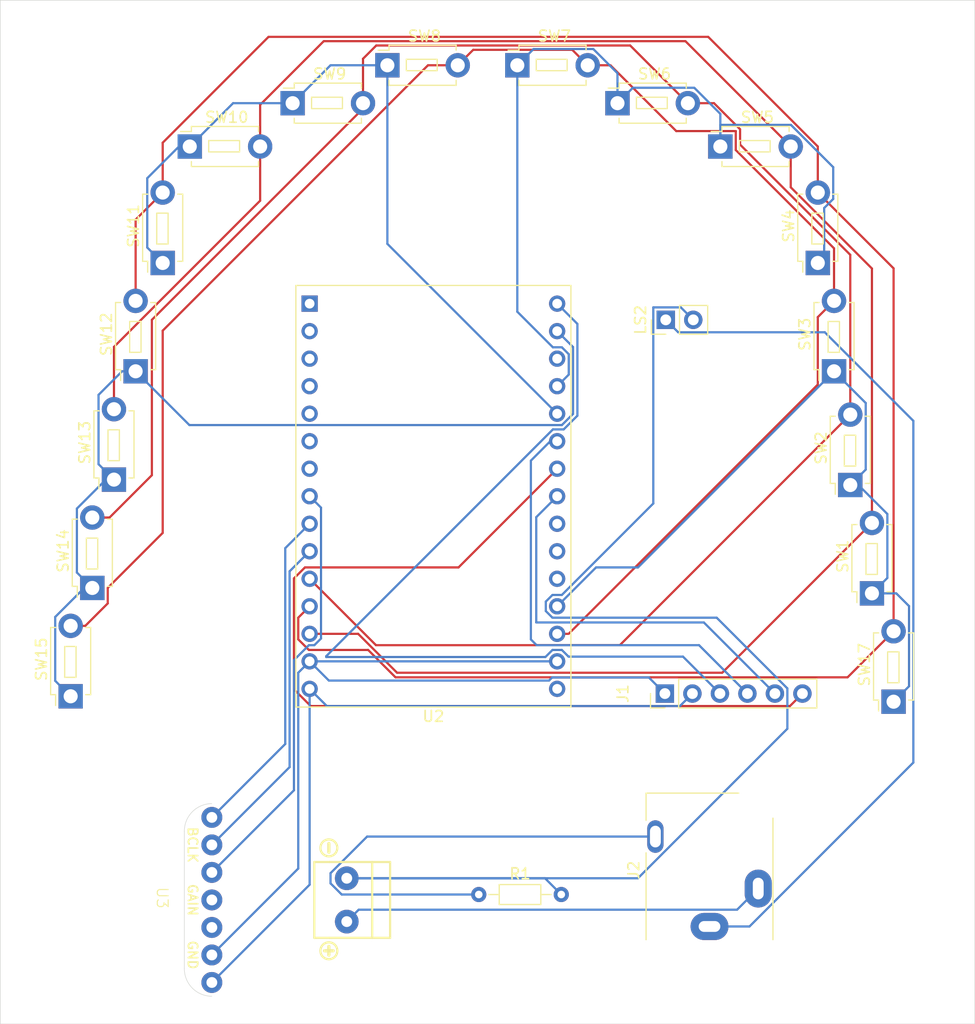
<source format=kicad_pcb>
(kicad_pcb (version 20240108) (generator "pcbnew") (generator_version "8.0")
  (title_block (title "Semata PCB") (date "2024-12-23"))
  (layers (0 "F.Cu" signal) (31 "B.Cu" signal) (34 "B.Paste" user) (35 "F.Paste" user) (36 "B.SilkS" user "B.Silkscreen") (37 "F.SilkS" user "F.Silkscreen") (38 "B.Mask" user) (39 "F.Mask" user) (44 "Edge.Cuts" user))
  (net 0 "")
  (net 1 "Net-(J1-CMD)")
  (net 2 "Net-(J1-VDD)")
  (net 3 "Net-(J1-CLK)")
  (net 4 "Net-(J1-VSS)")
  (net 5 "Net-(J1-DAT3{slash}CD)")
  (net 6 "Net-(U3-OUTP)")
  (net 7 "Net-(J2-PadS)")
  (net 8 "Net-(U3-OUTN)")
  (net 9 "Net-(J2-PadG)")
  (net 10 "Net-(U2-IO13)")
  (net 11 "Net-(U2-IO2)")
  (net 12 "Net-(U2-IO14)")
  (net 13 "Net-(U2-IO15)")
  (net 14 "Net-(U2-RXD0{slash}IO3)")
  (net 15 "Net-(U2-IO12)")
  (net 16 "Net-(U2-IO21)")
  (net 17 "Net-(U2-IO22)")
  (net 19 "Net-(U2-IO27)")
  (net 20 "Net-(U2-IO25)")
  (net 27 "Net-(U2-IO26)")
  (net 33 "Net-(J1-DAT0)")
  (footprint "Resistor_THT:R_Axial_DIN0204_L3.6mm_D1.6mm_P7.62mm_Horizontal" (layer "F.Cu") (at 144.19 138.05)
    (property "Reference" "R1" (at 3.81 -1.92 0) (layer "F.SilkS"))
    (property "Value" "R")
    (fp_line (start 0.94 0) (end 1.89 0) (stroke (width 0.12)) (layer "F.SilkS"))
    (fp_line (start 1.89 -0.92) (end 1.89 0.92) (stroke (width 0.12)) (layer "F.SilkS"))
    (fp_line (start 1.89 0.92) (end 5.73 0.92) (stroke (width 0.12)) (layer "F.SilkS"))
    (fp_line (start 5.73 -0.92) (end 1.89 -0.92) (stroke (width 0.12)) (layer "F.SilkS"))
    (fp_line (start 5.73 0.92) (end 5.73 -0.92) (stroke (width 0.12)) (layer "F.SilkS"))
    (fp_line (start 6.68 0) (end 5.73 0) (stroke (width 0.12)) (layer "F.SilkS"))
    (pad "1" thru_hole circle (at 0 0) (size 1.4 1.4) (drill 0.7) (layers "*.Cu" "*.Mask") (net 9 "Net-(J2-PadG)"))
    (pad "2" thru_hole oval (at 7.62 0) (size 1.4 1.4) (drill 0.7) (layers "*.Cu" "*.Mask") (net 8 "Net-(U3-OUTN)"))
  )
  (footprint "Connector_Audio:Jack_3.5mm_CUI_SJ1-3513N_Horizontal" (layer "F.Cu") (at 165.5 141 90)
    (property "Reference" "J2" (at 5.2 -7 90) (layer "F.SilkS"))
    (property "Value" "AudioJack2_Ground")
    (fp_line (start 12.31 -5.86) (end 9.8 -5.86) (stroke (width 0.12)) (layer "F.SilkS"))
    (fp_line (start 12.31 -5.86) (end 12.31 2.7) (stroke (width 0.12)) (layer "F.SilkS"))
    (fp_line (start 6.8 -5.86) (end -1.2192 -5.86) (stroke (width 0.12)) (layer "F.SilkS"))
    (fp_line (start 10 5.86) (end -1.2192 5.86) (stroke (width 0.12)) (layer "F.SilkS"))
    (pad "G" thru_hole oval (at 8.3 -5 90) (size 3 1.5) (drill oval 2 1) (layers "*.Cu" "*.Mask") (net 9 "Net-(J2-PadG)"))
    (pad "S" thru_hole oval (at 0 0) (size 3.5 2.5) (drill oval 2 1) (layers "*.Cu" "*.Mask") (net 7 "Net-(J2-PadS)"))
    (pad "T" thru_hole oval (at 3.5 4.5 90) (size 3.5 2.5) (drill oval 2 1) (layers "*.Cu" "*.Mask") (net 6 "Net-(U3-OUTP)"))
  )
  (footprint "Button_Switch_THT:SW_PUSH_1P1T_6x3.5mm_H4.3_APEM_MJTP1243" (layer "F.Cu") (at 135.75 61.5)
    (property "Reference" "SW8" (at 3.42 -2.7 0) (layer "F.SilkS"))
    (property "Value" "SW_Push")
    (fp_line (start 0.15 -1.85) (end 0.15 -1.39) (stroke (width 0.12)) (layer "F.SilkS"))
    (fp_line (start 0.15 -1.39) (end -0.85 -1.39) (stroke (width 0.12)) (layer "F.SilkS"))
    (fp_line (start 0.15 1.39) (end 0.15 1.85) (stroke (width 0.12)) (layer "F.SilkS"))
    (fp_line (start 0.15 1.85) (end 6.35 1.85) (stroke (width 0.12)) (layer "F.SilkS"))
    (fp_line (start 6.35 -1.85) (end 0.15 -1.85) (stroke (width 0.12)) (layer "F.SilkS"))
    (fp_line (start 6.35 -1.85) (end 6.35 -1.39) (stroke (width 0.12)) (layer "F.SilkS"))
    (fp_line (start 6.35 1.39) (end 6.35 1.85) (stroke (width 0.12)) (layer "F.SilkS"))
    (fp_rect (start 1.75 -0.55) (end 4.6 0.5) (stroke (width 0.12)) (fill none) (layer "F.SilkS"))
    (pad "1" thru_hole rect (at 0 0 90) (size 2.25 2.25) (drill 1.3) (layers "*.Cu" "*.Mask") (net 16 "Net-(U2-IO21)"))
    (pad "2" thru_hole circle (at 6.5 0 90) (size 2.25 2.25) (drill 1.3) (layers "*.Cu" "*.Mask") (net 13 "Net-(U2-IO15)"))
  )
  (footprint "Button_Switch_THT:SW_PUSH_1P1T_6x3.5mm_H4.3_APEM_MJTP1243" (layer "F.Cu") (at 115 79.75 90)
    (property "Reference" "SW11" (at 3.42 -2.7 90) (layer "F.SilkS"))
    (property "Value" "SW_Push")
    (fp_line (start 6.35 -1.85) (end 0.15 -1.85) (stroke (width 0.12)) (layer "F.SilkS"))
    (fp_line (start 6.35 -1.85) (end 6.35 -1.39) (stroke (width 0.12)) (layer "F.SilkS"))
    (fp_line (start 0.15 -1.85) (end 0.15 -1.39) (stroke (width 0.12)) (layer "F.SilkS"))
    (fp_line (start 0.15 -1.39) (end -0.85 -1.39) (stroke (width 0.12)) (layer "F.SilkS"))
    (fp_line (start 6.35 1.39) (end 6.35 1.85) (stroke (width 0.12)) (layer "F.SilkS"))
    (fp_line (start 0.15 1.39) (end 0.15 1.85) (stroke (width 0.12)) (layer "F.SilkS"))
    (fp_line (start 0.15 1.85) (end 6.35 1.85) (stroke (width 0.12)) (layer "F.SilkS"))
    (fp_rect (start 1.75 -0.55) (end 4.6 0.5) (stroke (width 0.12)) (fill none) (layer "F.SilkS"))
    (pad "1" thru_hole rect (at 0 0 180) (size 2.25 2.25) (drill 1.3) (layers "*.Cu" "*.Mask") (net 16 "Net-(U2-IO21)"))
    (pad "2" thru_hole circle (at 6.5 0 180) (size 2.25 2.25) (drill 1.3) (layers "*.Cu" "*.Mask") (net 15 "Net-(U2-IO12)"))
  )
  (footprint "Button_Switch_THT:SW_PUSH_1P1T_6x3.5mm_H4.3_APEM_MJTP1243" (layer "F.Cu") (at 182.5 120.25 90)
    (property "Reference" "SW17" (at 3.42 -2.7 90) (layer "F.SilkS"))
    (property "Value" "SW_Push")
    (fp_line (start 6.35 -1.85) (end 0.15 -1.85) (stroke (width 0.12)) (layer "F.SilkS"))
    (fp_line (start 6.35 -1.85) (end 6.35 -1.39) (stroke (width 0.12)) (layer "F.SilkS"))
    (fp_line (start 0.15 -1.85) (end 0.15 -1.39) (stroke (width 0.12)) (layer "F.SilkS"))
    (fp_line (start 0.15 -1.39) (end -0.85 -1.39) (stroke (width 0.12)) (layer "F.SilkS"))
    (fp_line (start 6.35 1.39) (end 6.35 1.85) (stroke (width 0.12)) (layer "F.SilkS"))
    (fp_line (start 0.15 1.39) (end 0.15 1.85) (stroke (width 0.12)) (layer "F.SilkS"))
    (fp_line (start 0.15 1.85) (end 6.35 1.85) (stroke (width 0.12)) (layer "F.SilkS"))
    (fp_rect (start 1.75 -0.55) (end 4.6 0.5) (stroke (width 0.12)) (fill none) (layer "F.SilkS"))
    (pad "1" thru_hole rect (at 0 0 180) (size 2.25 2.25) (drill 1.3) (layers "*.Cu" "*.Mask") (net 11 "Net-(U2-IO2)"))
    (pad "2" thru_hole circle (at 6.5 0 180) (size 2.25 2.25) (drill 1.3) (layers "*.Cu" "*.Mask") (net 15 "Net-(U2-IO12)"))
  )
  (footprint "Button_Switch_THT:SW_PUSH_1P1T_6x3.5mm_H4.3_APEM_MJTP1243" (layer "F.Cu") (at 127 65)
    (property "Reference" "SW9" (at 3.42 -2.7 0) (layer "F.SilkS"))
    (property "Value" "SW_Push")
    (fp_line (start 0.15 -1.85) (end 0.15 -1.39) (stroke (width 0.12)) (layer "F.SilkS"))
    (fp_line (start 0.15 -1.39) (end -0.85 -1.39) (stroke (width 0.12)) (layer "F.SilkS"))
    (fp_line (start 0.15 1.39) (end 0.15 1.85) (stroke (width 0.12)) (layer "F.SilkS"))
    (fp_line (start 0.15 1.85) (end 6.35 1.85) (stroke (width 0.12)) (layer "F.SilkS"))
    (fp_line (start 6.35 -1.85) (end 0.15 -1.85) (stroke (width 0.12)) (layer "F.SilkS"))
    (fp_line (start 6.35 -1.85) (end 6.35 -1.39) (stroke (width 0.12)) (layer "F.SilkS"))
    (fp_line (start 6.35 1.39) (end 6.35 1.85) (stroke (width 0.12)) (layer "F.SilkS"))
    (fp_rect (start 1.75 -0.55) (end 4.6 0.5) (stroke (width 0.12)) (fill none) (layer "F.SilkS"))
    (pad "1" thru_hole rect (at 0 0 90) (size 2.25 2.25) (drill 1.3) (layers "*.Cu" "*.Mask") (net 16 "Net-(U2-IO21)"))
    (pad "2" thru_hole circle (at 6.5 0 90) (size 2.25 2.25) (drill 1.3) (layers "*.Cu" "*.Mask") (net 12 "Net-(U2-IO14)"))
  )
  (footprint "Button_Switch_THT:SW_PUSH_1P1T_6x3.5mm_H4.3_APEM_MJTP1243" (layer "F.Cu") (at 180.5 110.25 90)
    (property "Reference" "SW1" (at 3.42 -2.7 90) (layer "F.SilkS"))
    (property "Value" "SW_Push")
    (fp_line (start 6.35 -1.85) (end 0.15 -1.85) (stroke (width 0.12)) (layer "F.SilkS"))
    (fp_line (start 6.35 -1.85) (end 6.35 -1.39) (stroke (width 0.12)) (layer "F.SilkS"))
    (fp_line (start 0.15 -1.85) (end 0.15 -1.39) (stroke (width 0.12)) (layer "F.SilkS"))
    (fp_line (start 0.15 -1.39) (end -0.85 -1.39) (stroke (width 0.12)) (layer "F.SilkS"))
    (fp_line (start 6.35 1.39) (end 6.35 1.85) (stroke (width 0.12)) (layer "F.SilkS"))
    (fp_line (start 0.15 1.39) (end 0.15 1.85) (stroke (width 0.12)) (layer "F.SilkS"))
    (fp_line (start 0.15 1.85) (end 6.35 1.85) (stroke (width 0.12)) (layer "F.SilkS"))
    (fp_rect (start 1.75 -0.55) (end 4.6 0.5) (stroke (width 0.12)) (fill none) (layer "F.SilkS"))
    (pad "1" thru_hole rect (at 0 0 180) (size 2.25 2.25) (drill 1.3) (layers "*.Cu" "*.Mask") (net 11 "Net-(U2-IO2)"))
    (pad "2" thru_hole circle (at 6.5 0 180) (size 2.25 2.25) (drill 1.3) (layers "*.Cu" "*.Mask") (net 10 "Net-(U2-IO13)"))
  )
  (footprint "Button_Switch_THT:SW_PUSH_1P1T_6x3.5mm_H4.3_APEM_MJTP1243" (layer "F.Cu") (at 175.5 79.75 90)
    (property "Reference" "SW4" (at 3.42 -2.7 90) (layer "F.SilkS"))
    (property "Value" "SW_Push")
    (fp_line (start 6.35 -1.85) (end 0.15 -1.85) (stroke (width 0.12)) (layer "F.SilkS"))
    (fp_line (start 6.35 -1.85) (end 6.35 -1.39) (stroke (width 0.12)) (layer "F.SilkS"))
    (fp_line (start 0.15 -1.85) (end 0.15 -1.39) (stroke (width 0.12)) (layer "F.SilkS"))
    (fp_line (start 0.15 -1.39) (end -0.85 -1.39) (stroke (width 0.12)) (layer "F.SilkS"))
    (fp_line (start 6.35 1.39) (end 6.35 1.85) (stroke (width 0.12)) (layer "F.SilkS"))
    (fp_line (start 0.15 1.39) (end 0.15 1.85) (stroke (width 0.12)) (layer "F.SilkS"))
    (fp_line (start 0.15 1.85) (end 6.35 1.85) (stroke (width 0.12)) (layer "F.SilkS"))
    (fp_rect (start 1.75 -0.55) (end 4.6 0.5) (stroke (width 0.12)) (fill none) (layer "F.SilkS"))
    (pad "1" thru_hole rect (at 0 0 180) (size 2.25 2.25) (drill 1.3) (layers "*.Cu" "*.Mask") (net 14 "Net-(U2-RXD0{slash}IO3)"))
    (pad "2" thru_hole circle (at 6.5 0 180) (size 2.25 2.25) (drill 1.3) (layers "*.Cu" "*.Mask") (net 15 "Net-(U2-IO12)"))
  )
  (footprint "Button_Switch_THT:SW_PUSH_1P1T_6x3.5mm_H4.3_APEM_MJTP1243" (layer "F.Cu") (at 157 65)
    (property "Reference" "SW6" (at 3.42 -2.7 0) (layer "F.SilkS"))
    (property "Value" "SW_Push")
    (fp_line (start 0.15 -1.85) (end 0.15 -1.39) (stroke (width 0.12)) (layer "F.SilkS"))
    (fp_line (start 0.15 -1.39) (end -0.85 -1.39) (stroke (width 0.12)) (layer "F.SilkS"))
    (fp_line (start 0.15 1.39) (end 0.15 1.85) (stroke (width 0.12)) (layer "F.SilkS"))
    (fp_line (start 0.15 1.85) (end 6.35 1.85) (stroke (width 0.12)) (layer "F.SilkS"))
    (fp_line (start 6.35 -1.85) (end 0.15 -1.85) (stroke (width 0.12)) (layer "F.SilkS"))
    (fp_line (start 6.35 -1.85) (end 6.35 -1.39) (stroke (width 0.12)) (layer "F.SilkS"))
    (fp_line (start 6.35 1.39) (end 6.35 1.85) (stroke (width 0.12)) (layer "F.SilkS"))
    (fp_rect (start 1.75 -0.55) (end 4.6 0.5) (stroke (width 0.12)) (fill none) (layer "F.SilkS"))
    (pad "1" thru_hole rect (at 0 0 90) (size 2.25 2.25) (drill 1.3) (layers "*.Cu" "*.Mask") (net 14 "Net-(U2-RXD0{slash}IO3)"))
    (pad "2" thru_hole circle (at 6.5 0 90) (size 2.25 2.25) (drill 1.3) (layers "*.Cu" "*.Mask") (net 12 "Net-(U2-IO14)"))
  )
  (footprint "Button_Switch_THT:SW_PUSH_1P1T_6x3.5mm_H4.3_APEM_MJTP1243" (layer "F.Cu") (at 177 89.75 90)
    (property "Reference" "SW3" (at 3.42 -2.7 90) (layer "F.SilkS"))
    (property "Value" "SW_Push")
    (fp_line (start 6.35 -1.85) (end 0.15 -1.85) (stroke (width 0.12)) (layer "F.SilkS"))
    (fp_line (start 6.35 -1.85) (end 6.35 -1.39) (stroke (width 0.12)) (layer "F.SilkS"))
    (fp_line (start 0.15 -1.85) (end 0.15 -1.39) (stroke (width 0.12)) (layer "F.SilkS"))
    (fp_line (start 0.15 -1.39) (end -0.85 -1.39) (stroke (width 0.12)) (layer "F.SilkS"))
    (fp_line (start 6.35 1.39) (end 6.35 1.85) (stroke (width 0.12)) (layer "F.SilkS"))
    (fp_line (start 0.15 1.39) (end 0.15 1.85) (stroke (width 0.12)) (layer "F.SilkS"))
    (fp_line (start 0.15 1.85) (end 6.35 1.85) (stroke (width 0.12)) (layer "F.SilkS"))
    (fp_rect (start 1.75 -0.55) (end 4.6 0.5) (stroke (width 0.12)) (fill none) (layer "F.SilkS"))
    (pad "1" thru_hole rect (at 0 0 180) (size 2.25 2.25) (drill 1.3) (layers "*.Cu" "*.Mask") (net 11 "Net-(U2-IO2)"))
    (pad "2" thru_hole circle (at 6.5 0 180) (size 2.25 2.25) (drill 1.3) (layers "*.Cu" "*.Mask") (net 13 "Net-(U2-IO15)"))
  )
  (footprint "Button_Switch_THT:SW_PUSH_1P1T_6x3.5mm_H4.3_APEM_MJTP1243" (layer "F.Cu") (at 108.5 109.75 90)
    (property "Reference" "SW14" (at 3.42 -2.7 90) (layer "F.SilkS"))
    (property "Value" "SW_Push")
    (fp_line (start 6.35 -1.85) (end 0.15 -1.85) (stroke (width 0.12)) (layer "F.SilkS"))
    (fp_line (start 6.35 -1.85) (end 6.35 -1.39) (stroke (width 0.12)) (layer "F.SilkS"))
    (fp_line (start 0.15 -1.85) (end 0.15 -1.39) (stroke (width 0.12)) (layer "F.SilkS"))
    (fp_line (start 0.15 -1.39) (end -0.85 -1.39) (stroke (width 0.12)) (layer "F.SilkS"))
    (fp_line (start 6.35 1.39) (end 6.35 1.85) (stroke (width 0.12)) (layer "F.SilkS"))
    (fp_line (start 0.15 1.39) (end 0.15 1.85) (stroke (width 0.12)) (layer "F.SilkS"))
    (fp_line (start 0.15 1.85) (end 6.35 1.85) (stroke (width 0.12)) (layer "F.SilkS"))
    (fp_rect (start 1.75 -0.55) (end 4.6 0.5) (stroke (width 0.12)) (fill none) (layer "F.SilkS"))
    (pad "1" thru_hole rect (at 0 0 180) (size 2.25 2.25) (drill 1.3) (layers "*.Cu" "*.Mask") (net 17 "Net-(U2-IO22)"))
    (pad "2" thru_hole circle (at 6.5 0 180) (size 2.25 2.25) (drill 1.3) (layers "*.Cu" "*.Mask") (net 12 "Net-(U2-IO14)"))
  )
  (footprint "Button_Switch_THT:SW_PUSH_1P1T_6x3.5mm_H4.3_APEM_MJTP1243" (layer "F.Cu") (at 166.5 69)
    (property "Reference" "SW5" (at 3.42 -2.7 0) (layer "F.SilkS"))
    (property "Value" "SW_Push")
    (fp_line (start 0.15 -1.85) (end 0.15 -1.39) (stroke (width 0.12)) (layer "F.SilkS"))
    (fp_line (start 0.15 -1.39) (end -0.85 -1.39) (stroke (width 0.12)) (layer "F.SilkS"))
    (fp_line (start 0.15 1.39) (end 0.15 1.85) (stroke (width 0.12)) (layer "F.SilkS"))
    (fp_line (start 0.15 1.85) (end 6.35 1.85) (stroke (width 0.12)) (layer "F.SilkS"))
    (fp_line (start 6.35 -1.85) (end 0.15 -1.85) (stroke (width 0.12)) (layer "F.SilkS"))
    (fp_line (start 6.35 -1.85) (end 6.35 -1.39) (stroke (width 0.12)) (layer "F.SilkS"))
    (fp_line (start 6.35 1.39) (end 6.35 1.85) (stroke (width 0.12)) (layer "F.SilkS"))
    (fp_rect (start 1.75 -0.55) (end 4.6 0.5) (stroke (width 0.12)) (fill none) (layer "F.SilkS"))
    (pad "1" thru_hole rect (at 0 0 90) (size 2.25 2.25) (drill 1.3) (layers "*.Cu" "*.Mask") (net 14 "Net-(U2-RXD0{slash}IO3)"))
    (pad "2" thru_hole circle (at 6.5 0 90) (size 2.25 2.25) (drill 1.3) (layers "*.Cu" "*.Mask") (net 10 "Net-(U2-IO13)"))
  )
  (footprint "Button_Switch_THT:SW_PUSH_1P1T_6x3.5mm_H4.3_APEM_MJTP1243" (layer "F.Cu") (at 112.5 89.75 90)
    (property "Reference" "SW12" (at 3.42 -2.7 90) (layer "F.SilkS"))
    (property "Value" "SW_Push")
    (fp_line (start 6.35 -1.85) (end 0.15 -1.85) (stroke (width 0.12)) (layer "F.SilkS"))
    (fp_line (start 6.35 -1.85) (end 6.35 -1.39) (stroke (width 0.12)) (layer "F.SilkS"))
    (fp_line (start 0.15 -1.85) (end 0.15 -1.39) (stroke (width 0.12)) (layer "F.SilkS"))
    (fp_line (start 0.15 -1.39) (end -0.85 -1.39) (stroke (width 0.12)) (layer "F.SilkS"))
    (fp_line (start 6.35 1.39) (end 6.35 1.85) (stroke (width 0.12)) (layer "F.SilkS"))
    (fp_line (start 0.15 1.39) (end 0.15 1.85) (stroke (width 0.12)) (layer "F.SilkS"))
    (fp_line (start 0.15 1.85) (end 6.35 1.85) (stroke (width 0.12)) (layer "F.SilkS"))
    (fp_rect (start 1.75 -0.55) (end 4.6 0.5) (stroke (width 0.12)) (fill none) (layer "F.SilkS"))
    (pad "1" thru_hole rect (at 0 0 180) (size 2.25 2.25) (drill 1.3) (layers "*.Cu" "*.Mask") (net 17 "Net-(U2-IO22)"))
    (pad "2" thru_hole circle (at 6.5 0 180) (size 2.25 2.25) (drill 1.3) (layers "*.Cu" "*.Mask") (net 15 "Net-(U2-IO12)"))
  )
  (footprint "Button_Switch_THT:SW_PUSH_1P1T_6x3.5mm_H4.3_APEM_MJTP1243" (layer "F.Cu") (at 106.5 119.75 90)
    (property "Reference" "SW15" (at 3.42 -2.7 90) (layer "F.SilkS"))
    (property "Value" "SW_Push")
    (fp_line (start 6.35 -1.85) (end 0.15 -1.85) (stroke (width 0.12)) (layer "F.SilkS"))
    (fp_line (start 6.35 -1.85) (end 6.35 -1.39) (stroke (width 0.12)) (layer "F.SilkS"))
    (fp_line (start 0.15 -1.85) (end 0.15 -1.39) (stroke (width 0.12)) (layer "F.SilkS"))
    (fp_line (start 0.15 -1.39) (end -0.85 -1.39) (stroke (width 0.12)) (layer "F.SilkS"))
    (fp_line (start 6.35 1.39) (end 6.35 1.85) (stroke (width 0.12)) (layer "F.SilkS"))
    (fp_line (start 0.15 1.39) (end 0.15 1.85) (stroke (width 0.12)) (layer "F.SilkS"))
    (fp_line (start 0.15 1.85) (end 6.35 1.85) (stroke (width 0.12)) (layer "F.SilkS"))
    (fp_rect (start 1.75 -0.55) (end 4.6 0.5) (stroke (width 0.12)) (fill none) (layer "F.SilkS"))
    (pad "1" thru_hole rect (at 0 0 180) (size 2.25 2.25) (drill 1.3) (layers "*.Cu" "*.Mask") (net 17 "Net-(U2-IO22)"))
    (pad "2" thru_hole circle (at 6.5 0 180) (size 2.25 2.25) (drill 1.3) (layers "*.Cu" "*.Mask") (net 13 "Net-(U2-IO15)"))
  )
  (footprint "Button_Switch_THT:SW_PUSH_1P1T_6x3.5mm_H4.3_APEM_MJTP1243" (layer "F.Cu") (at 178.5 100.25 90)
    (property "Reference" "SW2" (at 3.42 -2.7 90) (layer "F.SilkS"))
    (property "Value" "SW_Push")
    (fp_line (start 6.35 -1.85) (end 0.15 -1.85) (stroke (width 0.12)) (layer "F.SilkS"))
    (fp_line (start 6.35 -1.85) (end 6.35 -1.39) (stroke (width 0.12)) (layer "F.SilkS"))
    (fp_line (start 0.15 -1.85) (end 0.15 -1.39) (stroke (width 0.12)) (layer "F.SilkS"))
    (fp_line (start 0.15 -1.39) (end -0.85 -1.39) (stroke (width 0.12)) (layer "F.SilkS"))
    (fp_line (start 6.35 1.39) (end 6.35 1.85) (stroke (width 0.12)) (layer "F.SilkS"))
    (fp_line (start 0.15 1.39) (end 0.15 1.85) (stroke (width 0.12)) (layer "F.SilkS"))
    (fp_line (start 0.15 1.85) (end 6.35 1.85) (stroke (width 0.12)) (layer "F.SilkS"))
    (fp_rect (start 1.75 -0.55) (end 4.6 0.5) (stroke (width 0.12)) (fill none) (layer "F.SilkS"))
    (pad "1" thru_hole rect (at 0 0 180) (size 2.25 2.25) (drill 1.3) (layers "*.Cu" "*.Mask") (net 11 "Net-(U2-IO2)"))
    (pad "2" thru_hole circle (at 6.5 0 180) (size 2.25 2.25) (drill 1.3) (layers "*.Cu" "*.Mask") (net 12 "Net-(U2-IO14)"))
  )
  (footprint "Button_Switch_THT:SW_PUSH_1P1T_6x3.5mm_H4.3_APEM_MJTP1243" (layer "F.Cu") (at 117.5 69)
    (property "Reference" "SW10" (at 3.42 -2.7 0) (layer "F.SilkS"))
    (property "Value" "SW_Push")
    (fp_line (start 0.15 -1.85) (end 0.15 -1.39) (stroke (width 0.12)) (layer "F.SilkS"))
    (fp_line (start 0.15 -1.39) (end -0.85 -1.39) (stroke (width 0.12)) (layer "F.SilkS"))
    (fp_line (start 0.15 1.39) (end 0.15 1.85) (stroke (width 0.12)) (layer "F.SilkS"))
    (fp_line (start 0.15 1.85) (end 6.35 1.85) (stroke (width 0.12)) (layer "F.SilkS"))
    (fp_line (start 6.35 -1.85) (end 0.15 -1.85) (stroke (width 0.12)) (layer "F.SilkS"))
    (fp_line (start 6.35 -1.85) (end 6.35 -1.39) (stroke (width 0.12)) (layer "F.SilkS"))
    (fp_line (start 6.35 1.39) (end 6.35 1.85) (stroke (width 0.12)) (layer "F.SilkS"))
    (fp_rect (start 1.75 -0.55) (end 4.6 0.5) (stroke (width 0.12)) (fill none) (layer "F.SilkS"))
    (pad "1" thru_hole rect (at 0 0 90) (size 2.25 2.25) (drill 1.3) (layers "*.Cu" "*.Mask") (net 16 "Net-(U2-IO21)"))
    (pad "2" thru_hole circle (at 6.5 0 90) (size 2.25 2.25) (drill 1.3) (layers "*.Cu" "*.Mask") (net 10 "Net-(U2-IO13)"))
  )
  (footprint "Connector_PinHeader_2.54mm:PinHeader_1x02_P2.54mm_Vertical" (layer "F.Cu") (at 161.46 85 90)
    (property "Reference" "LS2" (at 0 -2.33 90) (layer "F.SilkS"))
    (property "Value" "Speaker")
    (fp_line (start -1.33 -1.33) (end 0 -1.33) (stroke (width 0.12)) (layer "F.SilkS"))
    (fp_line (start -1.33 0) (end -1.33 -1.33) (stroke (width 0.12)) (layer "F.SilkS"))
    (fp_line (start 1.33 1.27) (end 1.33 3.87) (stroke (width 0.12)) (layer "F.SilkS"))
    (fp_line (start -1.33 1.27) (end 1.33 1.27) (stroke (width 0.12)) (layer "F.SilkS"))
    (fp_line (start -1.33 1.27) (end -1.33 3.87) (stroke (width 0.12)) (layer "F.SilkS"))
    (fp_line (start -1.33 3.87) (end 1.33 3.87) (stroke (width 0.12)) (layer "F.SilkS"))
    (pad "1" thru_hole rect (at 0 0 90) (size 1.7 1.7) (drill 1) (layers "*.Cu" "*.Mask") (net 7 "Net-(J2-PadS)"))
    (pad "2" thru_hole oval (at 0 2.54 90) (size 1.7 1.7) (drill 1) (layers "*.Cu" "*.Mask") (net 8 "Net-(U3-OUTN)"))
  )
  (footprint "Custom:MAX98357" (layer "F.Cu") (at 121 137.55 -90)
    (property "Reference" "U3" (at 0.801 6.038 -90) (layer "F.SilkS") (effects (font (thickness 0.1))))
    (property "Value" "MAX98357A")
    (fp_line (start -2.5 -8) (end 4.5 -8) (stroke (width 0.2032)) (layer "F.SilkS"))
    (fp_line (start 4.5 -8) (end 4.5 -9.4) (stroke (width 0.2032)) (layer "F.SilkS"))
    (fp_line (start -3.40915 -9.346) (end -4.20285 -9.346) (stroke (width 0.3048)) (layer "F.SilkS"))
    (fp_line (start 6.09085 -9.346) (end 5.29715 -9.346) (stroke (width 0.3048)) (layer "F.SilkS"))
    (fp_line (start -2.5 -9.4) (end -2.5 -8) (stroke (width 0.2032)) (layer "F.SilkS"))
    (fp_line (start 4.5 -9.4) (end 4.5 -15) (stroke (width 0.2032)) (layer "F.SilkS"))
    (fp_line (start 5.694 -9.7428) (end 5.694 -8.9492) (stroke (width 0.3048)) (layer "F.SilkS"))
    (fp_line (start -2.5 -13.346) (end 4.5 -13.346) (stroke (width 0.2032)) (layer "F.SilkS"))
    (fp_line (start -2.5 -15) (end -2.5 -9.4) (stroke (width 0.2032)) (layer "F.SilkS"))
    (fp_line (start 4.5 -15) (end -2.5 -15) (stroke (width 0.2032)) (layer "F.SilkS"))
    (fp_circle (center -3.806 -9.346) (end -3.0243 -9.346) (stroke (width 0.2032)) (fill none) (layer "F.SilkS"))
    (fp_circle (center 5.694 -9.346) (end 6.4757 -9.346) (stroke (width 0.2032)) (fill none) (layer "F.SilkS"))
    (fp_line (start 7.35 4) (end -5.35 4) (stroke (width 0.05)) (layer "Edge.Cuts"))
    (fp_arc (start -5.35 4) (mid -7.146051 3.256051) (end -7.89 1.46) (stroke (width 0.05)) (layer "Edge.Cuts"))
    (fp_arc (start 9.89 1.46) (mid 9.146051 3.256051) (end 7.35 4) (stroke (width 0.05)) (layer "Edge.Cuts"))
    (fp_text user "GND" (at 6.08 3.238 -90) (layer "F.SilkS") (effects (font (size 0.8636 0.8636) (thickness 0.1524))))
    (fp_text user "BCLK" (at -4.08 3.238 -90) (layer "F.SilkS") (effects (font (size 0.8636 0.8636) (thickness 0.1524))))
    (fp_text user "GAIN" (at 1 3.238 -90) (layer "F.SilkS") (effects (font (size 0.8636 0.8636) (thickness 0.1524))))
    (pad "1" thru_hole circle (at -1.54 1.46 180) (size 1.9304 1.9304) (drill 1) (layers "*.Cu" "*.Mask") (net 20 "Net-(U2-IO25)"))
    (pad "2" thru_hole circle (at 1 1.46 180) (size 1.9304 1.9304) (drill 1) (layers "*.Cu" "*.Mask"))
    (pad "3" thru_hole circle (at 6.08 1.46 180) (size 1.9304 1.9304) (drill 1) (layers "*.Cu" "*.Mask") (net 4 "Net-(J1-VSS)"))
    (pad "4" thru_hole circle (at 3.54 1.46 180) (size 1.9304 1.9304) (drill 1) (layers "*.Cu" "*.Mask"))
    (pad "7" thru_hole circle (at 8.62 1.46 180) (size 1.9304 1.9304) (drill 1) (layers "*.Cu" "*.Mask") (net 2 "Net-(J1-VDD)"))
    (pad "9" thru_hole circle (at 3 -11 90) (size 2.1844 2.1844) (drill 1) (layers "*.Cu" "*.Mask") (net 6 "Net-(U3-OUTP)"))
    (pad "10" thru_hole circle (at -1 -11 90) (size 2.1844 2.1844) (drill 1) (layers "*.Cu" "*.Mask") (net 8 "Net-(U3-OUTN)"))
    (pad "14" thru_hole circle (at -6.62 1.46 180) (size 1.9304 1.9304) (drill 1) (layers "*.Cu" "*.Mask") (net 27 "Net-(U2-IO26)"))
    (pad "16" thru_hole circle (at -4.08 1.46 180) (size 1.9304 1.9304) (drill 1) (layers "*.Cu" "*.Mask") (net 19 "Net-(U2-IO27)"))
  )
  (footprint "Button_Switch_THT:SW_PUSH_1P1T_6x3.5mm_H4.3_APEM_MJTP1243" (layer "F.Cu") (at 147.75 61.5)
    (property "Reference" "SW7" (at 3.42 -2.7 0) (layer "F.SilkS"))
    (property "Value" "SW_Push")
    (fp_line (start 0.15 -1.85) (end 0.15 -1.39) (stroke (width 0.12)) (layer "F.SilkS"))
    (fp_line (start 0.15 -1.39) (end -0.85 -1.39) (stroke (width 0.12)) (layer "F.SilkS"))
    (fp_line (start 0.15 1.39) (end 0.15 1.85) (stroke (width 0.12)) (layer "F.SilkS"))
    (fp_line (start 0.15 1.85) (end 6.35 1.85) (stroke (width 0.12)) (layer "F.SilkS"))
    (fp_line (start 6.35 -1.85) (end 0.15 -1.85) (stroke (width 0.12)) (layer "F.SilkS"))
    (fp_line (start 6.35 -1.85) (end 6.35 -1.39) (stroke (width 0.12)) (layer "F.SilkS"))
    (fp_line (start 6.35 1.39) (end 6.35 1.85) (stroke (width 0.12)) (layer "F.SilkS"))
    (fp_rect (start 1.75 -0.55) (end 4.6 0.5) (stroke (width 0.12)) (fill none) (layer "F.SilkS"))
    (pad "1" thru_hole rect (at 0 0 90) (size 2.25 2.25) (drill 1.3) (layers "*.Cu" "*.Mask") (net 14 "Net-(U2-RXD0{slash}IO3)"))
    (pad "2" thru_hole circle (at 6.5 0 90) (size 2.25 2.25) (drill 1.3) (layers "*.Cu" "*.Mask") (net 13 "Net-(U2-IO15)"))
  )
  (footprint "Button_Switch_THT:SW_PUSH_1P1T_6x3.5mm_H4.3_APEM_MJTP1243" (layer "F.Cu") (at 110.5 99.75 90)
    (property "Reference" "SW13" (at 3.42 -2.7 90) (layer "F.SilkS"))
    (property "Value" "SW_Push")
    (fp_line (start 6.35 -1.85) (end 0.15 -1.85) (stroke (width 0.12)) (layer "F.SilkS"))
    (fp_line (start 6.35 -1.85) (end 6.35 -1.39) (stroke (width 0.12)) (layer "F.SilkS"))
    (fp_line (start 0.15 -1.85) (end 0.15 -1.39) (stroke (width 0.12)) (layer "F.SilkS"))
    (fp_line (start 0.15 -1.39) (end -0.85 -1.39) (stroke (width 0.12)) (layer "F.SilkS"))
    (fp_line (start 6.35 1.39) (end 6.35 1.85) (stroke (width 0.12)) (layer "F.SilkS"))
    (fp_line (start 0.15 1.39) (end 0.15 1.85) (stroke (width 0.12)) (layer "F.SilkS"))
    (fp_line (start 0.15 1.85) (end 6.35 1.85) (stroke (width 0.12)) (layer "F.SilkS"))
    (fp_rect (start 1.75 -0.55) (end 4.6 0.5) (stroke (width 0.12)) (fill none) (layer "F.SilkS"))
    (pad "1" thru_hole rect (at 0 0 180) (size 2.25 2.25) (drill 1.3) (layers "*.Cu" "*.Mask") (net 17 "Net-(U2-IO22)"))
    (pad "2" thru_hole circle (at 6.5 0 180) (size 2.25 2.25) (drill 1.3) (layers "*.Cu" "*.Mask") (net 10 "Net-(U2-IO13)"))
  )
  (footprint "RF_Module:ESP32-C3-DevKitM-1" (layer "F.Cu") (at 128.57 83.505)
    (property "Reference" "U2" (at 11.43 38.1 0) (layer "F.SilkS"))
    (property "Value" "ESP32-WROOM-32")
    (fp_line (start -1.27 -1.68) (end 24.13 -1.68) (stroke (width 0.12)) (layer "F.SilkS"))
    (fp_line (start -1.27 37.24) (end -1.27 -1.68) (stroke (width 0.12)) (layer "F.SilkS"))
    (fp_line (start 24.13 -1.68) (end 24.13 37.24) (stroke (width 0.12)) (layer "F.SilkS"))
    (fp_line (start 24.13 37.24) (end -1.27 37.24) (stroke (width 0.12)) (layer "F.SilkS"))
    (pad "1" thru_hole circle (at 0 33.02) (size 1.5 1.5) (drill 0.9) (layers "*.Cu" "*.Mask") (net 4 "Net-(J1-VSS)"))
    (pad "1" thru_hole circle (at 22.86 33.02) (size 1.5 1.5) (drill 0.9) (layers "*.Cu" "*.Mask") (net 4 "Net-(J1-VSS)"))
    (pad "2" thru_hole circle (at 0 35.56) (size 1.5 1.5) (drill 0.9) (layers "*.Cu" "*.Mask") (net 2 "Net-(J1-VDD)"))
    (pad "3" thru_hole rect (at 0 0) (size 1.5 1.5) (drill 0.9) (layers "*.Cu" "*.Mask"))
    (pad "4" thru_hole circle (at 0 2.54) (size 1.5 1.5) (drill 0.9) (layers "*.Cu" "*.Mask"))
    (pad "5" thru_hole circle (at 0 5.08) (size 1.5 1.5) (drill 0.9) (layers "*.Cu" "*.Mask"))
    (pad "6" thru_hole circle (at 0 7.62) (size 1.5 1.5) (drill 0.9) (layers "*.Cu" "*.Mask"))
    (pad "7" thru_hole circle (at 0 10.16) (size 1.5 1.5) (drill 0.9) (layers "*.Cu" "*.Mask"))
    (pad "7" thru_hole circle (at 22.86 35.56) (size 1.5 1.5) (drill 0.9) (layers "*.Cu" "*.Mask"))
    (pad "8" thru_hole circle (at 0 12.7) (size 1.5 1.5) (drill 0.9) (layers "*.Cu" "*.Mask"))
    (pad "9" thru_hole circle (at 0 15.24) (size 1.5 1.5) (drill 0.9) (layers "*.Cu" "*.Mask"))
    (pad "10" thru_hole circle (at 0 17.78) (size 1.5 1.5) (drill 0.9) (layers "*.Cu" "*.Mask") (net 20 "Net-(U2-IO25)"))
    (pad "11" thru_hole circle (at 0 20.32) (size 1.5 1.5) (drill 0.9) (layers "*.Cu" "*.Mask") (net 27 "Net-(U2-IO26)"))
    (pad "12" thru_hole circle (at 0 22.86) (size 1.5 1.5) (drill 0.9) (layers "*.Cu" "*.Mask") (net 19 "Net-(U2-IO27)"))
    (pad "13" thru_hole circle (at 0 25.4) (size 1.5 1.5) (drill 0.9) (layers "*.Cu" "*.Mask") (net 12 "Net-(U2-IO14)"))
    (pad "14" thru_hole circle (at 0 27.94) (size 1.5 1.5) (drill 0.9) (layers "*.Cu" "*.Mask") (net 15 "Net-(U2-IO12)"))
    (pad "16" thru_hole circle (at 0 30.48) (size 1.5 1.5) (drill 0.9) (layers "*.Cu" "*.Mask") (net 10 "Net-(U2-IO13)"))
    (pad "23" thru_hole circle (at 22.86 30.48) (size 1.5 1.5) (drill 0.9) (layers "*.Cu" "*.Mask") (net 13 "Net-(U2-IO15)"))
    (pad "24" thru_hole circle (at 22.86 27.94) (size 1.5 1.5) (drill 0.9) (layers "*.Cu" "*.Mask") (net 11 "Net-(U2-IO2)"))
    (pad "26" thru_hole circle (at 22.86 25.4) (size 1.5 1.5) (drill 0.9) (layers "*.Cu" "*.Mask"))
    (pad "27" thru_hole circle (at 22.86 22.86) (size 1.5 1.5) (drill 0.9) (layers "*.Cu" "*.Mask"))
    (pad "28" thru_hole circle (at 22.86 20.32) (size 1.5 1.5) (drill 0.9) (layers "*.Cu" "*.Mask"))
    (pad "29" thru_hole circle (at 22.86 17.78) (size 1.5 1.5) (drill 0.9) (layers "*.Cu" "*.Mask") (net 5 "Net-(J1-DAT3{slash}CD)"))
    (pad "30" thru_hole circle (at 22.86 15.24) (size 1.5 1.5) (drill 0.9) (layers "*.Cu" "*.Mask") (net 3 "Net-(J1-CLK)"))
    (pad "31" thru_hole circle (at 22.86 12.7) (size 1.5 1.5) (drill 0.9) (layers "*.Cu" "*.Mask") (net 33 "Net-(J1-DAT0)"))
    (pad "33" thru_hole circle (at 22.86 10.16) (size 1.5 1.5) (drill 0.9) (layers "*.Cu" "*.Mask") (net 16 "Net-(U2-IO21)"))
    (pad "34" thru_hole circle (at 22.86 7.62) (size 1.5 1.5) (drill 0.9) (layers "*.Cu" "*.Mask") (net 14 "Net-(U2-RXD0{slash}IO3)"))
    (pad "35" thru_hole circle (at 22.86 5.08) (size 1.5 1.5) (drill 0.9) (layers "*.Cu" "*.Mask"))
    (pad "36" thru_hole circle (at 22.86 2.54) (size 1.5 1.5) (drill 0.9) (layers "*.Cu" "*.Mask") (net 17 "Net-(U2-IO22)"))
    (pad "37" thru_hole circle (at 22.86 0) (size 1.5 1.5) (drill 0.9) (layers "*.Cu" "*.Mask") (net 1 "Net-(J1-CMD)"))
  )
  (footprint "Connector_PinHeader_2.54mm:PinHeader_1x06_P2.54mm_Vertical" (layer "F.Cu") (at 161.38 119.5 90)
    (property "Reference" "J1" (at 0 -3.88 90) (layer "F.SilkS"))
    (property "Value" "Micro_SD_Card_Det1")
    (fp_line (start -1.33 -1.33) (end 0 -1.33) (stroke (width 0.12)) (layer "F.SilkS"))
    (fp_line (start -1.33 0) (end -1.33 -1.33) (stroke (width 0.12)) (layer "F.SilkS"))
    (fp_line (start 1.33 1.27) (end 1.33 14.03) (stroke (width 0.12)) (layer "F.SilkS"))
    (fp_line (start -1.33 1.27) (end 1.33 1.27) (stroke (width 0.12)) (layer "F.SilkS"))
    (fp_line (start -1.33 1.27) (end -1.33 14.03) (stroke (width 0.12)) (layer "F.SilkS"))
    (fp_line (start -1.33 14.03) (end 1.33 14.03) (stroke (width 0.12)) (layer "F.SilkS"))
    (pad "2" thru_hole oval (at 0 10.16 90) (size 1.7 1.7) (drill 1) (layers "*.Cu" "*.Mask") (net 5 "Net-(J1-DAT3{slash}CD)"))
    (pad "3" thru_hole oval (at 0 5.08 90) (size 1.7 1.7) (drill 1) (layers "*.Cu" "*.Mask") (net 1 "Net-(J1-CMD)"))
    (pad "4" thru_hole oval (at 0 2.54 90) (size 1.7 1.7) (drill 1) (layers "*.Cu" "*.Mask") (net 2 "Net-(J1-VDD)"))
    (pad "5" thru_hole oval (at 0 12.7 90) (size 1.7 1.7) (drill 1) (layers "*.Cu" "*.Mask") (net 3 "Net-(J1-CLK)"))
    (pad "6" thru_hole rect (at 0 0 90) (size 1.7 1.7) (drill 1) (layers "*.Cu" "*.Mask") (net 4 "Net-(J1-VSS)"))
    (pad "7" thru_hole oval (at 0 7.62 90) (size 1.7 1.7) (drill 1) (layers "*.Cu" "*.Mask") (net 33 "Net-(J1-DAT0)"))
  )
  (gr_poly (pts (xy 100 55.5) (xy 100 150) (xy 190 150) (xy 190 55.5)) (stroke (width 0.05)) (fill none) (layer "Edge.Cuts"))
  (segment (start 130.1 116.050075) (end 151.035075 95.115) (width 0.2) (layer "B.Cu") (net 1))
  (segment (start 150.345075 116.125) (end 130.1 116.125) (width 0.2) (layer "B.Cu") (net 1))
  (segment (start 152.48 116.090075) (end 151.864925 115.475) (width 0.2) (layer "B.Cu") (net 1))
  (segment (start 151.864925 115.475) (end 150.995075 115.475) (width 0.2) (layer "B.Cu") (net 1))
  (segment (start 130.1 116.125) (end 130.1 116.050075) (width 0.2) (layer "B.Cu") (net 1))
  (segment (start 150.995075 115.475) (end 150.345075 116.125) (width 0.2) (layer "B.Cu") (net 1))
  (segment (start 163.050075 116.090075) (end 152.48 116.090075) (width 0.2) (layer "B.Cu") (net 1))
  (segment (start 153.3 85.375) (end 151.43 83.505) (width 0.2) (layer "B.Cu") (net 1))
  (segment (start 152.030611 95.115) (end 153.3 93.845611) (width 0.2) (layer "B.Cu") (net 1))
  (segment (start 166.46 119.5) (end 163.050075 116.090075) (width 0.2) (layer "B.Cu") (net 1))
  (segment (start 151.035075 95.115) (end 152.030611 95.115) (width 0.2) (layer "B.Cu") (net 1))
  (segment (start 153.3 93.845611) (end 153.3 85.375) (width 0.2) (layer "B.Cu") (net 1))
  (segment (start 119.54 146.17) (end 128.57 137.14) (width 0.2) (layer "B.Cu") (net 2))
  (segment (start 163.92 119.5) (end 162.77 120.65) (width 0.2) (layer "B.Cu") (net 2))
  (segment (start 128.57 137.14) (end 128.57 119.065) (width 0.2) (layer "B.Cu") (net 2))
  (segment (start 162.77 120.65) (end 130.155 120.65) (width 0.2) (layer "B.Cu") (net 2))
  (segment (start 130.155 120.65) (end 128.57 119.065) (width 0.2) (layer "B.Cu") (net 2))
  (segment (start 127.12 119.099925) (end 127.12 108.870075) (width 0.2) (layer "F.Cu") (net 3))
  (segment (start 128.135075 107.855) (end 142.32 107.855) (width 0.2) (layer "F.Cu") (net 3))
  (segment (start 128.670075 120.65) (end 127.12 119.099925) (width 0.2) (layer "F.Cu") (net 3))
  (segment (start 174.08 119.5) (end 172.93 120.65) (width 0.2) (layer "F.Cu") (net 3))
  (segment (start 127.12 108.870075) (end 128.135075 107.855) (width 0.2) (layer "F.Cu") (net 3))
  (segment (start 172.93 120.65) (end 128.670075 120.65) (width 0.2) (layer "F.Cu") (net 3))
  (segment (start 142.32 107.855) (end 151.43 98.745) (width 0.2) (layer "F.Cu") (net 3))
  (segment (start 127.52 117.575) (end 128.57 116.525) (width 0.2) (layer "B.Cu") (net 4))
  (segment (start 161.38 119.5) (end 160.765 120.115) (width 0.2) (layer "B.Cu") (net 4))
  (segment (start 150.966372 118.015) (end 150.681372 118.3) (width 0.2) (layer "B.Cu") (net 4))
  (segment (start 159.895 118.015) (end 150.966372 118.015) (width 0.2) (layer "B.Cu") (net 4))
  (segment (start 119.54 143.63) (end 127.52 135.65) (width 0.2) (layer "B.Cu") (net 4))
  (segment (start 127.52 135.65) (end 127.52 117.575) (width 0.2) (layer "B.Cu") (net 4))
  (segment (start 150.681372 118.3) (end 130.345 118.3) (width 0.2) (layer "B.Cu") (net 4))
  (segment (start 130.345 118.3) (end 128.57 116.525) (width 0.2) (layer "B.Cu") (net 4))
  (segment (start 161.38 119.5) (end 159.895 118.015) (width 0.2) (layer "B.Cu") (net 4))
  (segment (start 151.43 116.525) (end 128.57 116.525) (width 0.2) (layer "B.Cu") (net 4))
  (segment (start 149.5 103.215) (end 151.43 101.285) (width 0.2) (layer "B.Cu") (net 5))
  (segment (start 171.54 119.5) (end 164.975 112.935) (width 0.2) (layer "B.Cu") (net 5))
  (segment (start 164.975 112.935) (end 149.5 112.935) (width 0.2) (layer "B.Cu") (net 5))
  (segment (start 149.5 112.935) (end 149.5 103.215) (width 0.2) (layer "B.Cu") (net 5))
  (segment (start 168.05 139.45) (end 170 137.5) (width 0.2) (layer "B.Cu") (net 6))
  (segment (start 132 140.55) (end 133.1 139.45) (width 0.2) (layer "B.Cu") (net 6))
  (segment (start 133.1 139.45) (end 168.05 139.45) (width 0.2) (layer "B.Cu") (net 6))
  (segment (start 169.192031 141) (end 184.325 125.867031) (width 0.2) (layer "B.Cu") (net 7))
  (segment (start 184.325 94.325) (end 176.15 86.15) (width 0.2) (layer "B.Cu") (net 7))
  (segment (start 176.15 86.15) (end 162.61 86.15) (width 0.2) (layer "B.Cu") (net 7))
  (segment (start 162.61 86.15) (end 161.46 85) (width 0.2) (layer "B.Cu") (net 7))
  (segment (start 165.5 141) (end 169.192031 141) (width 0.2) (layer "B.Cu") (net 7))
  (segment (start 184.325 125.867031) (end 184.325 94.325) (width 0.2) (layer "B.Cu") (net 7))
  (segment (start 166.161346 112.495) (end 172.69 119.023654) (width 0.2) (layer "B.Cu") (net 8))
  (segment (start 150.38 111.879925) (end 150.995075 112.495) (width 0.2) (layer "B.Cu") (net 8))
  (segment (start 150.995075 110.395) (end 150.38 111.010075) (width 0.2) (layer "B.Cu") (net 8))
  (segment (start 158.884924 136.55) (end 132 136.55) (width 0.2) (layer "B.Cu") (net 8))
  (segment (start 160.31 101.949925) (end 151.864925 110.395) (width 0.2) (layer "B.Cu") (net 8))
  (segment (start 172.69 122.744924) (end 158.884924 136.55) (width 0.2) (layer "B.Cu") (net 8))
  (segment (start 151.864925 110.395) (end 150.995075 110.395) (width 0.2) (layer "B.Cu") (net 8))
  (segment (start 150.995075 112.495) (end 166.161346 112.495) (width 0.2) (layer "B.Cu") (net 8))
  (segment (start 150.38 111.010075) (end 150.38 111.879925) (width 0.2) (layer "B.Cu") (net 8))
  (segment (start 162.85 83.85) (end 160.31 83.85) (width 0.2) (layer "B.Cu") (net 8))
  (segment (start 172.69 119.023654) (end 172.69 122.744924) (width 0.2) (layer "B.Cu") (net 8))
  (segment (start 150.31 136.55) (end 151.81 138.05) (width 0.2) (layer "B.Cu") (net 8))
  (segment (start 164 85) (end 162.85 83.85) (width 0.2) (layer "B.Cu") (net 8))
  (segment (start 160.31 83.85) (end 160.31 101.949925) (width 0.2) (layer "B.Cu") (net 8))
  (segment (start 132 136.55) (end 150.31 136.55) (width 0.2) (layer "B.Cu") (net 8))
  (segment (start 130.5 136.081131) (end 133.881131 132.7) (width 0.2) (layer "B.Cu") (net 9))
  (segment (start 131.531131 138.05) (end 130.5 137.018869) (width 0.2) (layer "B.Cu") (net 9))
  (segment (start 133.881131 132.7) (end 160.5 132.7) (width 0.2) (layer "B.Cu") (net 9))
  (segment (start 130.5 137.018869) (end 130.5 136.081131) (width 0.2) (layer "B.Cu") (net 9))
  (segment (start 144.19 138.05) (end 131.531131 138.05) (width 0.2) (layer "B.Cu") (net 9))
  (segment (start 110.5 93.25) (end 110.5 87.5) (width 0.2) (layer "F.Cu") (net 10))
  (segment (start 110.5 87.5) (end 124 74) (width 0.2) (layer "F.Cu") (net 10))
  (segment (start 124 69) (end 124 65.15) (width 0.2) (layer "F.Cu") (net 10))
  (segment (start 136.640686 117.575) (end 166.675 117.575) (width 0.2) (layer "F.Cu") (net 10))
  (segment (start 180.5 103.75) (end 180.5 80.265255) (width 0.2) (layer "F.Cu") (net 10))
  (segment (start 166.675 117.575) (end 180.5 103.75) (width 0.2) (layer "F.Cu") (net 10))
  (segment (start 180.5 80.265255) (end 173 72.765255) (width 0.2) (layer "F.Cu") (net 10))
  (segment (start 128.57 113.985) (end 133.050686 113.985) (width 0.2) (layer "F.Cu") (net 10))
  (segment (start 129.875 59.275) (end 163.275 59.275) (width 0.2) (layer "F.Cu") (net 10))
  (segment (start 124 65.15) (end 129.875 59.275) (width 0.2) (layer "F.Cu") (net 10))
  (segment (start 124 74) (end 124 69) (width 0.2) (layer "F.Cu") (net 10))
  (segment (start 173 72.765255) (end 173 69) (width 0.2) (layer "F.Cu") (net 10))
  (segment (start 133.050686 113.985) (end 136.640686 117.575) (width 0.2) (layer "F.Cu") (net 10))
  (segment (start 163.275 59.275) (end 173 69) (width 0.2) (layer "F.Cu") (net 10))
  (segment (start 179.925 92.675) (end 177 89.75) (width 0.2) (layer "B.Cu") (net 11))
  (segment (start 182.75 110.25) (end 180.5 110.25) (width 0.2) (layer "B.Cu") (net 11))
  (segment (start 179.925 98.825) (end 179.925 92.675) (width 0.2) (layer "B.Cu") (net 11))
  (segment (start 158.895 107.855) (end 155.02 107.855) (width 0.2) (layer "B.Cu") (net 11))
  (segment (start 179.25 100.25) (end 178.5 100.25) (width 0.2) (layer "B.Cu") (net 11))
  (segment (start 177 89.75) (end 158.895 107.855) (width 0.2) (layer "B.Cu") (net 11))
  (segment (start 183.925 111.425) (end 182.75 110.25) (width 0.2) (layer "B.Cu") (net 11))
  (segment (start 180.5 110.25) (end 181.925 108.825) (width 0.2) (layer "B.Cu") (net 11))
  (segment (start 182.5 120.25) (end 183.925 118.825) (width 0.2) (layer "B.Cu") (net 11))
  (segment (start 178.5 100.25) (end 179.925 98.825) (width 0.2) (layer "B.Cu") (net 11))
  (segment (start 183.925 118.825) (end 183.925 111.425) (width 0.2) (layer "B.Cu") (net 11))
  (segment (start 181.925 108.825) (end 181.925 102.925) (width 0.2) (layer "B.Cu") (net 11))
  (segment (start 155.02 107.855) (end 151.43 111.445) (width 0.2) (layer "B.Cu") (net 11))
  (segment (start 181.925 102.925) (end 179.25 100.25) (width 0.2) (layer "B.Cu") (net 11))
  (segment (start 134.7 115.035) (end 157.215 115.035) (width 0.2) (layer "F.Cu") (net 12))
  (segment (start 133.5 60.9) (end 134.725 59.675) (width 0.2) (layer "F.Cu") (net 12))
  (segment (start 110.09099 103.25) (end 114 99.34099) (width 0.2) (layer "F.Cu") (net 12))
  (segment (start 128.57 108.905) (end 134.7 115.035) (width 0.2) (layer "F.Cu") (net 12))
  (segment (start 178.5 93.75) (end 178.5 79) (width 0.2) (layer "F.Cu") (net 12))
  (segment (start 165.915685 65) (end 163.5 65) (width 0.2) (layer "F.Cu") (net 12))
  (segment (start 134.725 59.675) (end 158.175 59.675) (width 0.2) (layer "F.Cu") (net 12))
  (segment (start 108.5 103.25) (end 110.09099 103.25) (width 0.2) (layer "F.Cu") (net 12))
  (segment (start 114 99.34099) (end 114 85) (width 0.2) (layer "F.Cu") (net 12))
  (segment (start 168.325 68.825) (end 168.325 67.409315) (width 0.2) (layer "F.Cu") (net 12))
  (segment (start 114 85) (end 133.5 65.5) (width 0.2) (layer "F.Cu") (net 12))
  (segment (start 158.175 59.675) (end 163.5 65) (width 0.2) (layer "F.Cu") (net 12))
  (segment (start 178.5 79) (end 168.325 68.825) (width 0.2) (layer "F.Cu") (net 12))
  (segment (start 157.215 115.035) (end 178.5 93.75) (width 0.2) (layer "F.Cu") (net 12))
  (segment (start 168.325 67.409315) (end 165.915685 65) (width 0.2) (layer "F.Cu") (net 12))
  (segment (start 133.5 65) (end 133.5 60.9) (width 0.2) (layer "F.Cu") (net 12))
  (segment (start 133.5 65.5) (end 133.5 65) (width 0.2) (layer "F.Cu") (net 12))
  (segment (start 143.675 60.075) (end 152.825 60.075) (width 0.2) (layer "F.Cu") (net 13))
  (segment (start 115 86) (end 139.5 61.5) (width 0.2) (layer "F.Cu") (net 13))
  (segment (start 107.85 113.25) (end 109.925 111.175) (width 0.2) (layer "F.Cu") (net 13))
  (segment (start 162.425 67.575) (end 156.35 61.5) (width 0.2) (layer "F.Cu") (net 13))
  (segment (start 139.5 61.5) (end 142.25 61.5) (width 0.2) (layer "F.Cu") (net 13))
  (segment (start 156.35 61.5) (end 154.25 61.5) (width 0.2) (layer "F.Cu") (net 13))
  (segment (start 167.925 69.325) (end 167.925 67.575) (width 0.2) (layer "F.Cu") (net 13))
  (segment (start 175.5 90.97566) (end 175.5 84.75) (width 0.2) (layer "F.Cu") (net 13))
  (segment (start 151.43 113.985) (end 152.49066 113.985) (width 0.2) (layer "F.Cu") (net 13))
  (segment (start 142.25 61.5) (end 143.675 60.075) (width 0.2) (layer "F.Cu") (net 13))
  (segment (start 152.825 60.075) (end 154.25 61.5) (width 0.2) (layer "F.Cu") (net 13))
  (segment (start 167.925 67.575) (end 162.425 67.575) (width 0.2) (layer "F.Cu") (net 13))
  (segment (start 177 78.4) (end 167.925 69.325) (width 0.2) (layer "F.Cu") (net 13))
  (segment (start 175.5 84.75) (end 177 83.25) (width 0.2) (layer "F.Cu") (net 13))
  (segment (start 152.49066 113.985) (end 175.5 90.97566) (width 0.2) (layer "F.Cu") (net 13))
  (segment (start 177 83.25) (end 177 78.4) (width 0.2) (layer "F.Cu") (net 13))
  (segment (start 109.925 111.175) (end 109.925 109.745495) (width 0.2) (layer "F.Cu") (net 13))
  (segment (start 115 104.670495) (end 115 86) (width 0.2) (layer "F.Cu") (net 13))
  (segment (start 106.5 113.25) (end 107.85 113.25) (width 0.2) (layer "F.Cu") (net 13))
  (segment (start 109.925 109.745495) (end 115 104.670495) (width 0.2) (layer "F.Cu") (net 13))
  (segment (start 176.090255 74.675) (end 176.925 73.840255) (width 0.2) (layer "B.Cu") (net 14))
  (segment (start 152.5 88.170075) (end 152.5 90.055) (width 0.2) (layer "B.Cu") (net 14))
  (segment (start 147.75 84.25) (end 151.035 87.535) (width 0.2) (layer "B.Cu") (net 14))
  (segment (start 176.925 70.909745) (end 173.015255 67) (width 0.2) (layer "B.Cu") (net 14))
  (segment (start 173.015255 67) (end 166.5 67) (width 0.2) (layer "B.Cu") (net 14))
  (segment (start 152.5 90.055) (end 151.43 91.125) (width 0.2) (layer "B.Cu") (net 14))
  (segment (start 149.25 60) (end 147.75 61.5) (width 0.2) (layer "B.Cu") (net 14))
  (segment (start 176.925 73.840255) (end 176.925 70.909745) (width 0.2) (layer "B.Cu") (net 14))
  (segment (start 151.035 87.535) (end 151.864925 87.535) (width 0.2) (layer "B.Cu") (net 14))
  (segment (start 175.5 79.75) (end 176.090255 79.159745) (width 0.2) (layer "B.Cu") (net 14))
  (segment (start 164.090255 63.575) (end 158.425 63.575) (width 0.2) (layer "B.Cu") (net 14))
  (segment (start 154.765255 60) (end 149.25 60) (width 0.2) (layer "B.Cu") (net 14))
  (segment (start 151.864925 87.535) (end 152.5 88.170075) (width 0.2) (layer "B.Cu") (net 14))
  (segment (start 157 62.234745) (end 154.765255 60) (width 0.2) (layer "B.Cu") (net 14))
  (segment (start 147.75 61.5) (end 147.75 84.25) (width 0.2) (layer "B.Cu") (net 14))
  (segment (start 166.5 69) (end 166.5 65.984745) (width 0.2) (layer "B.Cu") (net 14))
  (segment (start 176.090255 79.159745) (end 176.090255 74.675) (width 0.2) (layer "B.Cu") (net 14))
  (segment (start 166.5 67) (end 166.5 69) (width 0.2) (layer "B.Cu") (net 14))
  (segment (start 158.425 63.575) (end 157 65) (width 0.2) (layer "B.Cu") (net 14))
  (segment (start 166.5 65.984745) (end 164.090255 63.575) (width 0.2) (layer "B.Cu") (net 14))
  (segment (start 157 65) (end 157 62.234745) (width 0.2) (layer "B.Cu") (net 14))
  (segment (start 127.52 112.495) (end 127.52 114.495) (width 0.2) (layer "F.Cu") (net 15))
  (segment (start 128.57 111.445) (end 127.52 112.495) (width 0.2) (layer "F.Cu") (net 15))
  (segment (start 136.5 118) (end 178.25 118) (width 0.2) (layer "F.Cu") (net 15))
  (segment (start 133.975 115.475) (end 136.5 118) (width 0.2) (layer "F.Cu") (net 15))
  (segment (start 115 73.25) (end 115 68.65) (width 0.2) (layer "F.Cu") (net 15))
  (segment (start 112.5 75.75) (end 115 73.25) (width 0.2) (layer "F.Cu") (net 15))
  (segment (start 112.5 83.25) (end 112.5 75.75) (width 0.2) (layer "F.Cu") (net 15))
  (segment (start 115 68.65) (end 124.775 58.875) (width 0.2) (layer "F.Cu") (net 15))
  (segment (start 182.5 80.25) (end 175.5 73.25) (width 0.2) (layer "F.Cu") (net 15))
  (segment (start 165.375 58.875) (end 175.5 69) (width 0.2) (layer "F.Cu") (net 15))
  (segment (start 182.5 113.75) (end 182.5 80.25) (width 0.2) (layer "F.Cu") (net 15))
  (segment (start 127.52 114.495) (end 128.5 115.475) (width 0.2) (layer "F.Cu") (net 15))
  (segment (start 178.25 118) (end 182.5 113.75) (width 0.2) (layer "F.Cu") (net 15))
  (segment (start 175.5 69) (end 175.5 73.25) (width 0.2) (layer "F.Cu") (net 15))
  (segment (start 124.775 58.875) (end 165.375 58.875) (width 0.2) (layer "F.Cu") (net 15))
  (segment (start 128.5 115.475) (end 133.975 115.475) (width 0.2) (layer "F.Cu") (net 15))
  (segment (start 128.57 111.445) (end 128.515 111.5) (width 0.2) (layer "B.Cu") (net 15))
  (segment (start 115 79.75) (end 113.575 78.325) (width 0.2) (layer "B.Cu") (net 16))
  (segment (start 130.5 61.5) (end 135.75 61.5) (width 0.2) (layer "B.Cu") (net 16))
  (segment (start 113.575 78.325) (end 113.575 71.925) (width 0.2) (layer "B.Cu") (net 16))
  (segment (start 117.5 69) (end 121.5 65) (width 0.2) (layer "B.Cu") (net 16))
  (segment (start 135.75 61.5) (end 135.75 77.985) (width 0.2) (layer "B.Cu") (net 16))
  (segment (start 113.575 71.925) (end 116.5 69) (width 0.2) (layer "B.Cu") (net 16))
  (segment (start 135.75 77.985) (end 151.43 93.665) (width 0.2) (layer "B.Cu") (net 16))
  (segment (start 127 65) (end 130.5 61.5) (width 0.2) (layer "B.Cu") (net 16))
  (segment (start 116.5 69) (end 117.5 69) (width 0.2) (layer "B.Cu") (net 16))
  (segment (start 121.5 65) (end 127 65) (width 0.2) (layer "B.Cu") (net 16))
  (segment (start 152.9 87.515) (end 151.43 86.045) (width 0.2) (layer "B.Cu") (net 17))
  (segment (start 105.075 112.425) (end 107.75 109.75) (width 0.2) (layer "B.Cu") (net 17))
  (segment (start 110.5 99.75) (end 109.075 98.325) (width 0.2) (layer "B.Cu") (net 17))
  (segment (start 109.75 99.75) (end 110.5 99.75) (width 0.2) (layer "B.Cu") (net 17))
  (segment (start 152.9 93.679925) (end 152.9 87.515) (width 0.2) (layer "B.Cu") (net 17))
  (segment (start 108.5 109.75) (end 107.075 108.325) (width 0.2) (layer "B.Cu") (net 17))
  (segment (start 109.075 98.325) (end 109.075 91.925) (width 0.2) (layer "B.Cu") (net 17))
  (segment (start 107.075 108.325) (end 107.075 102.425) (width 0.2) (layer "B.Cu") (net 17))
  (segment (start 117.465 94.715) (end 151.864925 94.715) (width 0.2) (layer "B.Cu") (net 17))
  (segment (start 151.864925 94.715) (end 152.9 93.679925) (width 0.2) (layer "B.Cu") (net 17))
  (segment (start 112.5 89.75) (end 117.465 94.715) (width 0.2) (layer "B.Cu") (net 17))
  (segment (start 109.075 91.925) (end 111.25 89.75) (width 0.2) (layer "B.Cu") (net 17))
  (segment (start 111.25 89.75) (end 112.5 89.75) (width 0.2) (layer "B.Cu") (net 17))
  (segment (start 106.5 119.75) (end 105.075 118.325) (width 0.2) (layer "B.Cu") (net 17))
  (segment (start 107.75 109.75) (end 108.5 109.75) (width 0.2) (layer "B.Cu") (net 17))
  (segment (start 107.075 102.425) (end 109.75 99.75) (width 0.2) (layer "B.Cu") (net 17))
  (segment (start 105.075 118.325) (end 105.075 112.425) (width 0.2) (layer "B.Cu") (net 17))
  (segment (start 126.72 126.29) (end 126.72 108.215) (width 0.2) (layer "B.Cu") (net 19))
  (segment (start 119.54 133.47) (end 126.72 126.29) (width 0.2) (layer "B.Cu") (net 19))
  (segment (start 126.72 108.215) (end 128.57 106.365) (width 0.2) (layer "B.Cu") (net 19))
  (segment (start 129.004925 115.035) (end 129.62 114.419925) (width 0.2) (layer "B.Cu") (net 20))
  (segment (start 128.5 115.035) (end 129.004925 115.035) (width 0.2) (layer "B.Cu") (net 20))
  (segment (start 127.12 128.43) (end 127.12 116.415) (width 0.2) (layer "B.Cu") (net 20))
  (segment (start 127.12 116.415) (end 128.5 115.035) (width 0.2) (layer "B.Cu") (net 20))
  (segment (start 129.62 102.335) (end 128.57 101.285) (width 0.2) (layer "B.Cu") (net 20))
  (segment (start 119.54 136.01) (end 127.12 128.43) (width 0.2) (layer "B.Cu") (net 20))
  (segment (start 129.62 114.419925) (end 129.62 102.335) (width 0.2) (layer "B.Cu") (net 20))
  (segment (start 126.32 124.15) (end 126.32 106.075) (width 0.2) (layer "B.Cu") (net 27))
  (segment (start 126.32 106.075) (end 128.57 103.825) (width 0.2) (layer "B.Cu") (net 27))
  (segment (start 119.54 130.93) (end 126.32 124.15) (width 0.2) (layer "B.Cu") (net 27))
  (segment (start 149 114.5) (end 149 98) (width 0.2) (layer "B.Cu") (net 33))
  (segment (start 164.535 115.035) (end 149.535 115.035) (width 0.2) (layer "B.Cu") (net 33))
  (segment (start 169 119.5) (end 164.535 115.035) (width 0.2) (layer "B.Cu") (net 33))
  (segment (start 149 98) (end 150.795 96.205) (width 0.2) (layer "B.Cu") (net 33))
  (segment (start 150.795 96.205) (end 151.43 96.205) (width 0.2) (layer "B.Cu") (net 33))
  (segment (start 149.535 115.035) (end 149 114.5) (width 0.2) (layer "B.Cu") (net 33))
)
</source>
